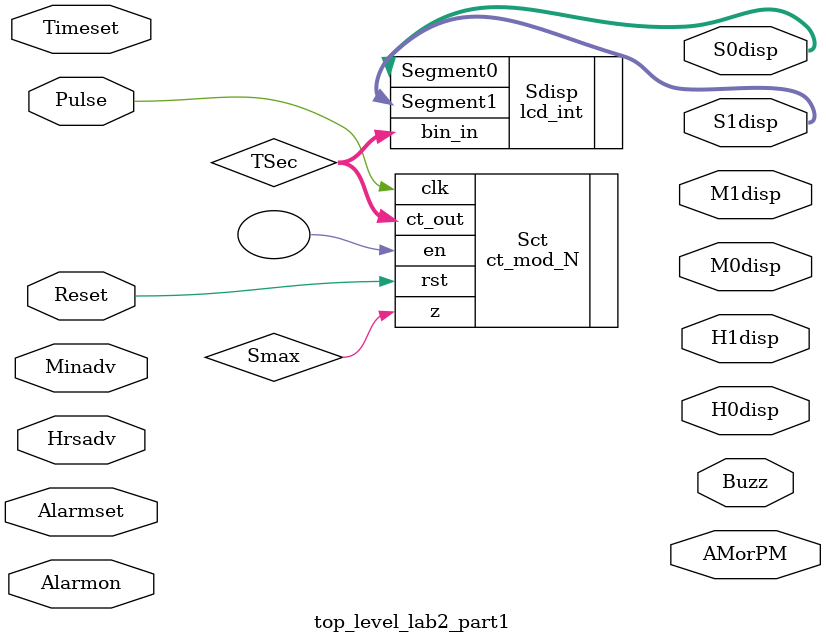
<source format=sv>
module top_level_lab2_part1(
    input        Reset,
                 Timeset, // manual buttons
                 Alarmset, //    (five total)
                 Minadv,
                 Hrsadv,
                 Alarmon,
                 Pulse, // assume 1/sec. -- this is our digital clk
// 6 decimal digit display (7 segment)
    output logic [6:0] S1disp, S0disp, // 2-digit seconds display
                 M1disp, M0disp, 
                 H1disp, H0disp,
    output logic AMorPM, // AMorPM (=1 when PM) 
    output logic Buzz);              // alarm sounds

   logic [6:0] TSec, TMin, THrs;   // time 
   logic       TPm;                // time PM
   logic [6:0] AMin, AHrs;         // alarm setting
   logic       APm;                // alarm PM
   
     
  logic[6:0] Min, Hrs;                     // drive Min and Hr displays
  logic Smax, Mmax, Hmax,          // "carry out" from sec -> min, min -> hrs, hrs -> days
        TMen, THen, TPmen, AMen, AHen, AHmax, AMmax, APmen;    // respective counter enables
  logic         Buzz1;             // intermediate Buzz signal

   // be sure to set parameters on ct_mod_N modules
   // seconds counter runs continuously, but stalls when Timeset is on 
   ct_mod_N #(.N()) Sct(
        .clk(Pulse), .rst(Reset), .en(), .ct_out(TSec), .z(Smax)
   );

   // minutes counter -- runs at either 1/sec or 1/60sec
   // make the appropriate connections. Make sure you use
   // a consistent clock signal. Do not use logic signals as clocks 
   // (EVER IN THIS CLASS)
   ct_mod_N #(.N()) Mct(
    .clk(), .rst(), .en(TMen), .ct_out(TMin), .z(Mmax)
   );

   // hours counter -- runs at either 1/sec or 1/60min
   ct_mod_N #(.N()) Hct(                          
        .clk(), .rst(), .en(), .ct_out(), .z()
   );

   // AM/PM state  --  runs at 1/12 sec or 1/12hrs
   regce TPMct(.out(), .inp(), .en(),
               .clk(), .rst());



// alarm set registers -- either hold or advance 1/sec
  ct_mod_N #(.N()) Mreg(
    .clk(), .rst(), .en(AMen), .ct_out(AMin), .z()
   ); 

  ct_mod_N #(.N()) Hreg(          
    .clk(), .rst(), .en(), .ct_out(), .z()
  ); 

   // alarm AM/PM state 
   regce APMReg(.out(APm), .inp(), .en(),
               .clk(), .rst());


   // display drivers (2 digits each, 6 digits total)
   lcd_int Sdisp(
    .bin_in    (TSec)  ,
        .Segment1  (S1disp),
        .Segment0  (S0disp)
   );

   lcd_int Mdisp(
    .bin_in    () ,
        .Segment1  (),
        .Segment0  ()
        );

  lcd_int Hdisp(
    .bin_in    (),
        .Segment1  (),
        .Segment0  ()
        );

   // counter enable control logic
   // create some logic for the various *en signals (e.g. TMen)
 
  
   
   // display select logic (decide what to send to the seven segment outputs) 
    
   alarm a1(
           .tmin(), .amin(), .thrs(), .ahrs(), .tpm(), .apm(), .buzz()
           );

  
   // generate AMorPM signal (what are the sources for this LED?)/
 

endmodule

</source>
